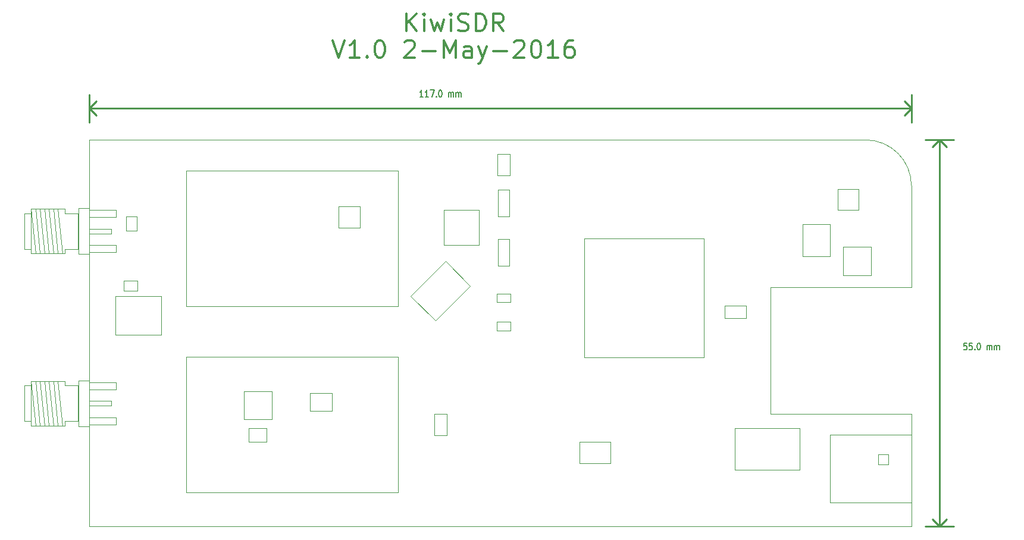
<source format=gbr>
G04 (created by PCBNEW (2013-mar-25)-stable) date Thursday, May 05, 2016 07:05:57 AM*
%MOIN*%
G04 Gerber Fmt 3.4, Leading zero omitted, Abs format*
%FSLAX34Y34*%
G01*
G70*
G90*
G04 APERTURE LIST*
%ADD10C,0.006*%
%ADD11C,0.011811*%
%ADD12C,0.00590551*%
%ADD13C,0.00984252*%
%ADD14C,0.000393701*%
G04 APERTURE END LIST*
G54D10*
G54D11*
X47698Y-22445D02*
X47698Y-21461D01*
X48261Y-22445D02*
X47839Y-21883D01*
X48261Y-21461D02*
X47698Y-22023D01*
X48682Y-22445D02*
X48682Y-21789D01*
X48682Y-21461D02*
X48636Y-21508D01*
X48682Y-21555D01*
X48729Y-21508D01*
X48682Y-21461D01*
X48682Y-21555D01*
X49057Y-21789D02*
X49245Y-22445D01*
X49432Y-21976D01*
X49620Y-22445D01*
X49807Y-21789D01*
X50182Y-22445D02*
X50182Y-21789D01*
X50182Y-21461D02*
X50135Y-21508D01*
X50182Y-21555D01*
X50229Y-21508D01*
X50182Y-21461D01*
X50182Y-21555D01*
X50604Y-22398D02*
X50745Y-22445D01*
X50979Y-22445D01*
X51073Y-22398D01*
X51120Y-22351D01*
X51167Y-22258D01*
X51167Y-22164D01*
X51120Y-22070D01*
X51073Y-22023D01*
X50979Y-21976D01*
X50792Y-21930D01*
X50698Y-21883D01*
X50651Y-21836D01*
X50604Y-21742D01*
X50604Y-21648D01*
X50651Y-21555D01*
X50698Y-21508D01*
X50792Y-21461D01*
X51026Y-21461D01*
X51167Y-21508D01*
X51588Y-22445D02*
X51588Y-21461D01*
X51823Y-21461D01*
X51963Y-21508D01*
X52057Y-21601D01*
X52104Y-21695D01*
X52151Y-21883D01*
X52151Y-22023D01*
X52104Y-22211D01*
X52057Y-22305D01*
X51963Y-22398D01*
X51823Y-22445D01*
X51588Y-22445D01*
X53135Y-22445D02*
X52807Y-21976D01*
X52573Y-22445D02*
X52573Y-21461D01*
X52948Y-21461D01*
X53041Y-21508D01*
X53088Y-21555D01*
X53135Y-21648D01*
X53135Y-21789D01*
X53088Y-21883D01*
X53041Y-21930D01*
X52948Y-21976D01*
X52573Y-21976D01*
X43574Y-22957D02*
X43902Y-23941D01*
X44230Y-22957D01*
X45074Y-23941D02*
X44511Y-23941D01*
X44792Y-23941D02*
X44792Y-22957D01*
X44699Y-23098D01*
X44605Y-23191D01*
X44511Y-23238D01*
X45495Y-23847D02*
X45542Y-23894D01*
X45495Y-23941D01*
X45449Y-23894D01*
X45495Y-23847D01*
X45495Y-23941D01*
X46152Y-22957D02*
X46245Y-22957D01*
X46339Y-23004D01*
X46386Y-23051D01*
X46433Y-23144D01*
X46480Y-23332D01*
X46480Y-23566D01*
X46433Y-23754D01*
X46386Y-23847D01*
X46339Y-23894D01*
X46245Y-23941D01*
X46152Y-23941D01*
X46058Y-23894D01*
X46011Y-23847D01*
X45964Y-23754D01*
X45917Y-23566D01*
X45917Y-23332D01*
X45964Y-23144D01*
X46011Y-23051D01*
X46058Y-23004D01*
X46152Y-22957D01*
X47604Y-23051D02*
X47651Y-23004D01*
X47745Y-22957D01*
X47979Y-22957D01*
X48073Y-23004D01*
X48120Y-23051D01*
X48167Y-23144D01*
X48167Y-23238D01*
X48120Y-23379D01*
X47558Y-23941D01*
X48167Y-23941D01*
X48589Y-23566D02*
X49339Y-23566D01*
X49807Y-23941D02*
X49807Y-22957D01*
X50135Y-23660D01*
X50464Y-22957D01*
X50464Y-23941D01*
X51354Y-23941D02*
X51354Y-23426D01*
X51307Y-23332D01*
X51213Y-23285D01*
X51026Y-23285D01*
X50932Y-23332D01*
X51354Y-23894D02*
X51260Y-23941D01*
X51026Y-23941D01*
X50932Y-23894D01*
X50885Y-23801D01*
X50885Y-23707D01*
X50932Y-23613D01*
X51026Y-23566D01*
X51260Y-23566D01*
X51354Y-23519D01*
X51729Y-23285D02*
X51963Y-23941D01*
X52198Y-23285D02*
X51963Y-23941D01*
X51870Y-24176D01*
X51823Y-24222D01*
X51729Y-24269D01*
X52573Y-23566D02*
X53323Y-23566D01*
X53744Y-23051D02*
X53791Y-23004D01*
X53885Y-22957D01*
X54119Y-22957D01*
X54213Y-23004D01*
X54260Y-23051D01*
X54307Y-23144D01*
X54307Y-23238D01*
X54260Y-23379D01*
X53697Y-23941D01*
X54307Y-23941D01*
X54916Y-22957D02*
X55010Y-22957D01*
X55104Y-23004D01*
X55150Y-23051D01*
X55197Y-23144D01*
X55244Y-23332D01*
X55244Y-23566D01*
X55197Y-23754D01*
X55150Y-23847D01*
X55104Y-23894D01*
X55010Y-23941D01*
X54916Y-23941D01*
X54822Y-23894D01*
X54775Y-23847D01*
X54729Y-23754D01*
X54682Y-23566D01*
X54682Y-23332D01*
X54729Y-23144D01*
X54775Y-23051D01*
X54822Y-23004D01*
X54916Y-22957D01*
X56182Y-23941D02*
X55619Y-23941D01*
X55900Y-23941D02*
X55900Y-22957D01*
X55807Y-23098D01*
X55713Y-23191D01*
X55619Y-23238D01*
X57025Y-22957D02*
X56838Y-22957D01*
X56744Y-23004D01*
X56697Y-23051D01*
X56603Y-23191D01*
X56556Y-23379D01*
X56556Y-23754D01*
X56603Y-23847D01*
X56650Y-23894D01*
X56744Y-23941D01*
X56931Y-23941D01*
X57025Y-23894D01*
X57072Y-23847D01*
X57119Y-23754D01*
X57119Y-23519D01*
X57072Y-23426D01*
X57025Y-23379D01*
X56931Y-23332D01*
X56744Y-23332D01*
X56650Y-23379D01*
X56603Y-23426D01*
X56556Y-23519D01*
G54D12*
X48631Y-26143D02*
X48451Y-26143D01*
X48541Y-26143D02*
X48541Y-25749D01*
X48511Y-25806D01*
X48481Y-25843D01*
X48451Y-25862D01*
X48931Y-26143D02*
X48751Y-26143D01*
X48841Y-26143D02*
X48841Y-25749D01*
X48811Y-25806D01*
X48781Y-25843D01*
X48751Y-25862D01*
X49036Y-25749D02*
X49246Y-25749D01*
X49111Y-26143D01*
X49366Y-26106D02*
X49381Y-26124D01*
X49366Y-26143D01*
X49351Y-26124D01*
X49366Y-26106D01*
X49366Y-26143D01*
X49576Y-25749D02*
X49606Y-25749D01*
X49636Y-25768D01*
X49651Y-25787D01*
X49666Y-25824D01*
X49681Y-25899D01*
X49681Y-25993D01*
X49666Y-26068D01*
X49651Y-26106D01*
X49636Y-26124D01*
X49606Y-26143D01*
X49576Y-26143D01*
X49546Y-26124D01*
X49531Y-26106D01*
X49516Y-26068D01*
X49501Y-25993D01*
X49501Y-25899D01*
X49516Y-25824D01*
X49531Y-25787D01*
X49546Y-25768D01*
X49576Y-25749D01*
X50056Y-26143D02*
X50056Y-25881D01*
X50056Y-25918D02*
X50071Y-25899D01*
X50101Y-25881D01*
X50146Y-25881D01*
X50176Y-25899D01*
X50191Y-25937D01*
X50191Y-26143D01*
X50191Y-25937D02*
X50206Y-25899D01*
X50236Y-25881D01*
X50281Y-25881D01*
X50311Y-25899D01*
X50326Y-25937D01*
X50326Y-26143D01*
X50476Y-26143D02*
X50476Y-25881D01*
X50476Y-25918D02*
X50491Y-25899D01*
X50521Y-25881D01*
X50566Y-25881D01*
X50596Y-25899D01*
X50611Y-25937D01*
X50611Y-26143D01*
X50611Y-25937D02*
X50626Y-25899D01*
X50656Y-25881D01*
X50701Y-25881D01*
X50731Y-25899D01*
X50746Y-25937D01*
X50746Y-26143D01*
G54D13*
X29921Y-26771D02*
X75984Y-26771D01*
X29921Y-25984D02*
X29921Y-27559D01*
X75984Y-25984D02*
X75984Y-27559D01*
X29921Y-26771D02*
X30314Y-26377D01*
X29921Y-26771D02*
X30314Y-27165D01*
X75984Y-26771D02*
X75590Y-26377D01*
X75984Y-26771D02*
X75590Y-27165D01*
G54D12*
X79081Y-39923D02*
X78931Y-39923D01*
X78916Y-40110D01*
X78931Y-40091D01*
X78961Y-40073D01*
X79036Y-40073D01*
X79066Y-40091D01*
X79081Y-40110D01*
X79096Y-40148D01*
X79096Y-40241D01*
X79081Y-40279D01*
X79066Y-40298D01*
X79036Y-40316D01*
X78961Y-40316D01*
X78931Y-40298D01*
X78916Y-40279D01*
X79381Y-39923D02*
X79231Y-39923D01*
X79216Y-40110D01*
X79231Y-40091D01*
X79261Y-40073D01*
X79336Y-40073D01*
X79366Y-40091D01*
X79381Y-40110D01*
X79396Y-40148D01*
X79396Y-40241D01*
X79381Y-40279D01*
X79366Y-40298D01*
X79336Y-40316D01*
X79261Y-40316D01*
X79231Y-40298D01*
X79216Y-40279D01*
X79531Y-40279D02*
X79546Y-40298D01*
X79531Y-40316D01*
X79516Y-40298D01*
X79531Y-40279D01*
X79531Y-40316D01*
X79741Y-39923D02*
X79771Y-39923D01*
X79801Y-39941D01*
X79816Y-39960D01*
X79831Y-39998D01*
X79846Y-40073D01*
X79846Y-40166D01*
X79831Y-40241D01*
X79816Y-40279D01*
X79801Y-40298D01*
X79771Y-40316D01*
X79741Y-40316D01*
X79711Y-40298D01*
X79696Y-40279D01*
X79681Y-40241D01*
X79666Y-40166D01*
X79666Y-40073D01*
X79681Y-39998D01*
X79696Y-39960D01*
X79711Y-39941D01*
X79741Y-39923D01*
X80221Y-40316D02*
X80221Y-40054D01*
X80221Y-40091D02*
X80236Y-40073D01*
X80266Y-40054D01*
X80311Y-40054D01*
X80341Y-40073D01*
X80356Y-40110D01*
X80356Y-40316D01*
X80356Y-40110D02*
X80371Y-40073D01*
X80401Y-40054D01*
X80446Y-40054D01*
X80476Y-40073D01*
X80491Y-40110D01*
X80491Y-40316D01*
X80641Y-40316D02*
X80641Y-40054D01*
X80641Y-40091D02*
X80656Y-40073D01*
X80686Y-40054D01*
X80731Y-40054D01*
X80761Y-40073D01*
X80776Y-40110D01*
X80776Y-40316D01*
X80776Y-40110D02*
X80791Y-40073D01*
X80821Y-40054D01*
X80866Y-40054D01*
X80896Y-40073D01*
X80911Y-40110D01*
X80911Y-40316D01*
G54D13*
X77559Y-28543D02*
X77559Y-50196D01*
X76771Y-50196D02*
X78346Y-50196D01*
X76771Y-28543D02*
X78346Y-28543D01*
X77559Y-28543D02*
X77165Y-28937D01*
X77559Y-28543D02*
X77952Y-28937D01*
X77559Y-50196D02*
X77165Y-49803D01*
X77559Y-50196D02*
X77952Y-49803D01*
G54D14*
X72145Y-34547D02*
X73720Y-34547D01*
X73720Y-34547D02*
X73720Y-36122D01*
X73720Y-36122D02*
X72145Y-36122D01*
X72145Y-36122D02*
X72145Y-34547D01*
X43543Y-43730D02*
X42283Y-43730D01*
X42283Y-43730D02*
X42283Y-42746D01*
X42283Y-42746D02*
X43543Y-42746D01*
X43543Y-42746D02*
X43543Y-43730D01*
X38877Y-44685D02*
X39862Y-44685D01*
X39862Y-44685D02*
X39862Y-45472D01*
X39862Y-45472D02*
X38877Y-45472D01*
X38877Y-45472D02*
X38877Y-44685D01*
X52834Y-34094D02*
X53464Y-34094D01*
X53464Y-34094D02*
X53464Y-35590D01*
X53464Y-35590D02*
X52834Y-35590D01*
X52834Y-35590D02*
X52834Y-34094D01*
X52834Y-31338D02*
X53464Y-31338D01*
X53464Y-31338D02*
X53464Y-32834D01*
X53464Y-32834D02*
X52834Y-32834D01*
X52834Y-32834D02*
X52834Y-31338D01*
X49803Y-32480D02*
X51771Y-32480D01*
X51771Y-32480D02*
X51771Y-34448D01*
X51771Y-34448D02*
X49803Y-34448D01*
X49803Y-34448D02*
X49803Y-32480D01*
X65541Y-38533D02*
X65541Y-37844D01*
X65541Y-37844D02*
X66742Y-37844D01*
X66742Y-37844D02*
X66742Y-38533D01*
X66742Y-38533D02*
X65541Y-38533D01*
X49950Y-45088D02*
X49261Y-45088D01*
X49261Y-45088D02*
X49261Y-43887D01*
X49261Y-43887D02*
X49950Y-43887D01*
X49950Y-43887D02*
X49950Y-45088D01*
X53494Y-30521D02*
X52805Y-30521D01*
X52805Y-30521D02*
X52805Y-29320D01*
X52805Y-29320D02*
X53494Y-29320D01*
X53494Y-29320D02*
X53494Y-30521D01*
X57677Y-40748D02*
X57677Y-34055D01*
X57677Y-34055D02*
X64370Y-34055D01*
X64370Y-34055D02*
X64370Y-40748D01*
X64370Y-40748D02*
X57677Y-40748D01*
X71850Y-31299D02*
X73031Y-31299D01*
X73031Y-31299D02*
X73031Y-32480D01*
X73031Y-32480D02*
X71850Y-32480D01*
X71850Y-32480D02*
X71850Y-31299D01*
X38582Y-42618D02*
X40157Y-42618D01*
X40157Y-42618D02*
X40157Y-44192D01*
X40157Y-44192D02*
X38582Y-44192D01*
X38582Y-44192D02*
X38582Y-42618D01*
X43897Y-33464D02*
X43897Y-32283D01*
X43897Y-32283D02*
X45078Y-32283D01*
X45078Y-32283D02*
X45078Y-33464D01*
X45078Y-33464D02*
X43897Y-33464D01*
X29921Y-28543D02*
X29921Y-50196D01*
X29921Y-50196D02*
X75984Y-50196D01*
X75984Y-50196D02*
X75984Y-43897D01*
X75984Y-43897D02*
X68110Y-43897D01*
X68110Y-36811D02*
X68110Y-43897D01*
X75984Y-36811D02*
X75984Y-31102D01*
X75984Y-36811D02*
X68110Y-36811D01*
X29921Y-28543D02*
X73425Y-28543D01*
X75984Y-31102D02*
G75*
G03X73425Y-28543I-2559J0D01*
G74*
G01*
X52755Y-37647D02*
X53543Y-37647D01*
X53543Y-37647D02*
X53543Y-37155D01*
X53543Y-37155D02*
X52755Y-37155D01*
X52755Y-37155D02*
X52755Y-37647D01*
X32578Y-32834D02*
X32578Y-33622D01*
X32578Y-33622D02*
X31988Y-33622D01*
X31988Y-33622D02*
X31988Y-32834D01*
X31988Y-32834D02*
X32578Y-32834D01*
X33956Y-37295D02*
X33956Y-39476D01*
X33956Y-39476D02*
X31397Y-39476D01*
X31397Y-39476D02*
X31397Y-37295D01*
X31397Y-37295D02*
X33956Y-37295D01*
X69893Y-35053D02*
X69893Y-33253D01*
X69893Y-33253D02*
X71444Y-33253D01*
X71444Y-33253D02*
X71444Y-35053D01*
X71444Y-35053D02*
X69893Y-35053D01*
X52755Y-39222D02*
X53543Y-39222D01*
X53543Y-39222D02*
X53543Y-38730D01*
X53543Y-38730D02*
X52755Y-38730D01*
X52755Y-38730D02*
X52755Y-39222D01*
X47935Y-37286D02*
X49884Y-35337D01*
X47935Y-37286D02*
X49327Y-38678D01*
X51276Y-36729D02*
X49884Y-35337D01*
X49327Y-38678D02*
X51276Y-36729D01*
X47244Y-37854D02*
X35370Y-37854D01*
X35370Y-37854D02*
X35370Y-30255D01*
X35370Y-30255D02*
X47244Y-30255D01*
X47244Y-30255D02*
X47244Y-37854D01*
X47244Y-48287D02*
X35370Y-48287D01*
X35370Y-48287D02*
X35370Y-40688D01*
X35370Y-40688D02*
X47244Y-40688D01*
X47244Y-40688D02*
X47244Y-48287D01*
X31850Y-36417D02*
X32637Y-36417D01*
X32637Y-36417D02*
X32637Y-37007D01*
X32637Y-37007D02*
X31850Y-37007D01*
X31850Y-37007D02*
X31850Y-36417D01*
X59133Y-46653D02*
X57401Y-46653D01*
X57401Y-46653D02*
X57401Y-45472D01*
X57401Y-45472D02*
X59133Y-45472D01*
X59133Y-45472D02*
X59133Y-46653D01*
X26296Y-42307D02*
X26671Y-42307D01*
X26671Y-42307D02*
X26671Y-42057D01*
X26671Y-42057D02*
X26921Y-42057D01*
X26921Y-42057D02*
X27171Y-42057D01*
X27171Y-42057D02*
X27421Y-42057D01*
X27421Y-42057D02*
X27671Y-42057D01*
X27671Y-42057D02*
X27921Y-42057D01*
X27921Y-42057D02*
X28171Y-42057D01*
X28171Y-42057D02*
X28546Y-42057D01*
X28546Y-42057D02*
X28546Y-42307D01*
X28546Y-42307D02*
X29296Y-42307D01*
X29296Y-42307D02*
X29296Y-44307D01*
X29296Y-44307D02*
X28546Y-44307D01*
X28546Y-44307D02*
X28546Y-44557D01*
X28546Y-44557D02*
X28171Y-44557D01*
X28171Y-44557D02*
X27921Y-44557D01*
X27921Y-44557D02*
X27671Y-44557D01*
X27671Y-44557D02*
X27421Y-44557D01*
X27421Y-44557D02*
X27171Y-44557D01*
X27171Y-44557D02*
X26921Y-44557D01*
X26921Y-44557D02*
X26671Y-44557D01*
X26671Y-44557D02*
X26671Y-44307D01*
X26671Y-44307D02*
X26296Y-44307D01*
X26296Y-44307D02*
X26296Y-42307D01*
X26671Y-42307D02*
X26671Y-44307D01*
X26671Y-42057D02*
X26921Y-44557D01*
X26921Y-42057D02*
X27171Y-44557D01*
X27171Y-42057D02*
X27421Y-44557D01*
X27421Y-42057D02*
X27671Y-44557D01*
X27671Y-42057D02*
X27921Y-44557D01*
X27921Y-42057D02*
X28171Y-44557D01*
X31171Y-43432D02*
X31171Y-43182D01*
X31171Y-43182D02*
X29921Y-43182D01*
X31171Y-43432D02*
X29921Y-43432D01*
X28171Y-42057D02*
X28421Y-44557D01*
X29921Y-42519D02*
X31421Y-42519D01*
X31421Y-42519D02*
X31421Y-42125D01*
X29921Y-42125D02*
X31421Y-42125D01*
X29921Y-44094D02*
X31421Y-44094D01*
X31421Y-44094D02*
X31421Y-44488D01*
X29921Y-44094D02*
X31421Y-44094D01*
X31421Y-44094D02*
X31421Y-44488D01*
X29921Y-44488D02*
X31421Y-44488D01*
X29921Y-44586D02*
X29921Y-42027D01*
X29321Y-44586D02*
X29321Y-42027D01*
X29921Y-44586D02*
X29321Y-44586D01*
X29921Y-42027D02*
X29321Y-42027D01*
X26296Y-32661D02*
X26671Y-32661D01*
X26671Y-32661D02*
X26671Y-32411D01*
X26671Y-32411D02*
X26921Y-32411D01*
X26921Y-32411D02*
X27171Y-32411D01*
X27171Y-32411D02*
X27421Y-32411D01*
X27421Y-32411D02*
X27671Y-32411D01*
X27671Y-32411D02*
X27921Y-32411D01*
X27921Y-32411D02*
X28171Y-32411D01*
X28171Y-32411D02*
X28546Y-32411D01*
X28546Y-32411D02*
X28546Y-32661D01*
X28546Y-32661D02*
X29296Y-32661D01*
X29296Y-32661D02*
X29296Y-34661D01*
X29296Y-34661D02*
X28546Y-34661D01*
X28546Y-34661D02*
X28546Y-34911D01*
X28546Y-34911D02*
X28171Y-34911D01*
X28171Y-34911D02*
X27921Y-34911D01*
X27921Y-34911D02*
X27671Y-34911D01*
X27671Y-34911D02*
X27421Y-34911D01*
X27421Y-34911D02*
X27171Y-34911D01*
X27171Y-34911D02*
X26921Y-34911D01*
X26921Y-34911D02*
X26671Y-34911D01*
X26671Y-34911D02*
X26671Y-34661D01*
X26671Y-34661D02*
X26296Y-34661D01*
X26296Y-34661D02*
X26296Y-32661D01*
X26671Y-32661D02*
X26671Y-34661D01*
X26671Y-32411D02*
X26921Y-34911D01*
X26921Y-32411D02*
X27171Y-34911D01*
X27171Y-32411D02*
X27421Y-34911D01*
X27421Y-32411D02*
X27671Y-34911D01*
X27671Y-32411D02*
X27921Y-34911D01*
X27921Y-32411D02*
X28171Y-34911D01*
X31171Y-33786D02*
X31171Y-33536D01*
X31171Y-33536D02*
X29921Y-33536D01*
X31171Y-33786D02*
X29921Y-33786D01*
X28171Y-32411D02*
X28421Y-34911D01*
X29921Y-32874D02*
X31421Y-32874D01*
X31421Y-32874D02*
X31421Y-32480D01*
X29921Y-32480D02*
X31421Y-32480D01*
X29921Y-34448D02*
X31421Y-34448D01*
X31421Y-34448D02*
X31421Y-34842D01*
X29921Y-34448D02*
X31421Y-34448D01*
X31421Y-34448D02*
X31421Y-34842D01*
X29921Y-34842D02*
X31421Y-34842D01*
X29921Y-34940D02*
X29921Y-32381D01*
X29321Y-34940D02*
X29321Y-32381D01*
X29921Y-34940D02*
X29321Y-34940D01*
X29921Y-32381D02*
X29321Y-32381D01*
X71417Y-45078D02*
X75984Y-45078D01*
X75984Y-45078D02*
X75984Y-48858D01*
X75984Y-48858D02*
X71417Y-48858D01*
X71417Y-48858D02*
X71417Y-45078D01*
X74133Y-46181D02*
X74685Y-46181D01*
X74685Y-46181D02*
X74685Y-46732D01*
X74685Y-46732D02*
X74133Y-46732D01*
X74133Y-46732D02*
X74133Y-46181D01*
X66102Y-44685D02*
X69724Y-44685D01*
X69724Y-44685D02*
X69724Y-47047D01*
X69724Y-47047D02*
X66102Y-47047D01*
X66102Y-47047D02*
X66102Y-44685D01*
M02*

</source>
